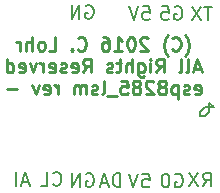
<source format=gbo>
G04 (created by PCBNEW (2013-jul-07)-stable) date Sun 10 Jul 2016 10:25:08 PM EDT*
%MOIN*%
G04 Gerber Fmt 3.4, Leading zero omitted, Abs format*
%FSLAX34Y34*%
G01*
G70*
G90*
G04 APERTURE LIST*
%ADD10C,0.00590551*%
%ADD11C,0.007*%
%ADD12C,0.00787402*%
%ADD13C,0.01*%
G04 APERTURE END LIST*
G54D10*
G54D11*
X17652Y-12549D02*
X17695Y-12528D01*
X17760Y-12528D01*
X17824Y-12549D01*
X17867Y-12592D01*
X17888Y-12635D01*
X17910Y-12721D01*
X17910Y-12785D01*
X17888Y-12871D01*
X17867Y-12913D01*
X17824Y-12956D01*
X17760Y-12978D01*
X17717Y-12978D01*
X17652Y-12956D01*
X17631Y-12935D01*
X17631Y-12785D01*
X17717Y-12785D01*
X17438Y-12978D02*
X17438Y-12528D01*
X17181Y-12978D01*
X17181Y-12528D01*
X19545Y-12570D02*
X19759Y-12570D01*
X19781Y-12784D01*
X19759Y-12763D01*
X19717Y-12741D01*
X19609Y-12741D01*
X19567Y-12763D01*
X19545Y-12784D01*
X19524Y-12827D01*
X19524Y-12934D01*
X19545Y-12977D01*
X19567Y-12998D01*
X19609Y-13020D01*
X19717Y-13020D01*
X19759Y-12998D01*
X19781Y-12977D01*
X19395Y-12570D02*
X19245Y-13020D01*
X19095Y-12570D01*
X20613Y-12591D02*
X20656Y-12570D01*
X20720Y-12570D01*
X20784Y-12591D01*
X20827Y-12634D01*
X20849Y-12677D01*
X20870Y-12763D01*
X20870Y-12827D01*
X20849Y-12913D01*
X20827Y-12955D01*
X20784Y-12998D01*
X20720Y-13020D01*
X20677Y-13020D01*
X20613Y-12998D01*
X20591Y-12977D01*
X20591Y-12827D01*
X20677Y-12827D01*
X20184Y-12570D02*
X20399Y-12570D01*
X20420Y-12784D01*
X20399Y-12763D01*
X20356Y-12741D01*
X20249Y-12741D01*
X20206Y-12763D01*
X20184Y-12784D01*
X20163Y-12827D01*
X20163Y-12934D01*
X20184Y-12977D01*
X20206Y-12998D01*
X20249Y-13020D01*
X20356Y-13020D01*
X20399Y-12998D01*
X20420Y-12977D01*
X21860Y-12584D02*
X21603Y-12584D01*
X21732Y-13034D02*
X21732Y-12584D01*
X21496Y-12584D02*
X21196Y-13034D01*
X21196Y-12584D02*
X21496Y-13034D01*
X15739Y-18428D02*
X15525Y-18428D01*
X15782Y-18557D02*
X15632Y-18107D01*
X15482Y-18557D01*
X15332Y-18557D02*
X15332Y-18107D01*
X16557Y-18499D02*
X16579Y-18520D01*
X16643Y-18542D01*
X16686Y-18542D01*
X16750Y-18520D01*
X16793Y-18477D01*
X16815Y-18435D01*
X16836Y-18349D01*
X16836Y-18285D01*
X16815Y-18199D01*
X16793Y-18156D01*
X16750Y-18113D01*
X16686Y-18092D01*
X16643Y-18092D01*
X16579Y-18113D01*
X16557Y-18135D01*
X16150Y-18542D02*
X16365Y-18542D01*
X16365Y-18092D01*
X17667Y-18158D02*
X17710Y-18137D01*
X17775Y-18137D01*
X17839Y-18158D01*
X17882Y-18201D01*
X17903Y-18244D01*
X17925Y-18330D01*
X17925Y-18394D01*
X17903Y-18480D01*
X17882Y-18522D01*
X17839Y-18565D01*
X17775Y-18587D01*
X17732Y-18587D01*
X17667Y-18565D01*
X17646Y-18544D01*
X17646Y-18394D01*
X17732Y-18394D01*
X17453Y-18587D02*
X17453Y-18137D01*
X17196Y-18587D01*
X17196Y-18137D01*
X18805Y-18587D02*
X18805Y-18137D01*
X18698Y-18137D01*
X18634Y-18158D01*
X18591Y-18201D01*
X18570Y-18244D01*
X18548Y-18330D01*
X18548Y-18394D01*
X18570Y-18480D01*
X18591Y-18522D01*
X18634Y-18565D01*
X18698Y-18587D01*
X18805Y-18587D01*
X18377Y-18458D02*
X18162Y-18458D01*
X18420Y-18587D02*
X18270Y-18137D01*
X18120Y-18587D01*
X19540Y-18152D02*
X19754Y-18152D01*
X19776Y-18366D01*
X19754Y-18345D01*
X19712Y-18323D01*
X19604Y-18323D01*
X19562Y-18345D01*
X19540Y-18366D01*
X19519Y-18409D01*
X19519Y-18516D01*
X19540Y-18559D01*
X19562Y-18580D01*
X19604Y-18602D01*
X19712Y-18602D01*
X19754Y-18580D01*
X19776Y-18559D01*
X19390Y-18152D02*
X19240Y-18602D01*
X19090Y-18152D01*
X20631Y-18173D02*
X20674Y-18152D01*
X20738Y-18152D01*
X20802Y-18173D01*
X20845Y-18216D01*
X20867Y-18259D01*
X20888Y-18345D01*
X20888Y-18409D01*
X20867Y-18495D01*
X20845Y-18537D01*
X20802Y-18580D01*
X20738Y-18602D01*
X20695Y-18602D01*
X20631Y-18580D01*
X20609Y-18559D01*
X20609Y-18409D01*
X20695Y-18409D01*
X20331Y-18152D02*
X20288Y-18152D01*
X20245Y-18173D01*
X20224Y-18195D01*
X20202Y-18237D01*
X20181Y-18323D01*
X20181Y-18430D01*
X20202Y-18516D01*
X20224Y-18559D01*
X20245Y-18580D01*
X20288Y-18602D01*
X20331Y-18602D01*
X20374Y-18580D01*
X20395Y-18559D01*
X20417Y-18516D01*
X20438Y-18430D01*
X20438Y-18323D01*
X20417Y-18237D01*
X20395Y-18195D01*
X20374Y-18173D01*
X20331Y-18152D01*
X21554Y-18572D02*
X21704Y-18357D01*
X21812Y-18572D02*
X21812Y-18122D01*
X21640Y-18122D01*
X21597Y-18143D01*
X21576Y-18165D01*
X21554Y-18207D01*
X21554Y-18272D01*
X21576Y-18315D01*
X21597Y-18336D01*
X21640Y-18357D01*
X21812Y-18357D01*
X21404Y-18122D02*
X21104Y-18572D01*
X21104Y-18122D02*
X21404Y-18572D01*
G54D12*
X21760Y-16081D02*
X21610Y-16231D01*
G54D13*
X20961Y-14213D02*
X20982Y-14192D01*
X21025Y-14127D01*
X21047Y-14085D01*
X21068Y-14020D01*
X21089Y-13913D01*
X21089Y-13827D01*
X21068Y-13720D01*
X21047Y-13656D01*
X21025Y-13613D01*
X20982Y-13549D01*
X20961Y-13527D01*
X20532Y-13999D02*
X20554Y-14020D01*
X20618Y-14042D01*
X20661Y-14042D01*
X20725Y-14020D01*
X20768Y-13977D01*
X20789Y-13935D01*
X20811Y-13849D01*
X20811Y-13785D01*
X20789Y-13699D01*
X20768Y-13656D01*
X20725Y-13613D01*
X20661Y-13592D01*
X20618Y-13592D01*
X20554Y-13613D01*
X20532Y-13635D01*
X20382Y-14213D02*
X20361Y-14192D01*
X20318Y-14127D01*
X20297Y-14085D01*
X20275Y-14020D01*
X20254Y-13913D01*
X20254Y-13827D01*
X20275Y-13720D01*
X20297Y-13656D01*
X20318Y-13613D01*
X20361Y-13549D01*
X20382Y-13527D01*
X19718Y-13635D02*
X19697Y-13613D01*
X19654Y-13592D01*
X19547Y-13592D01*
X19504Y-13613D01*
X19482Y-13635D01*
X19461Y-13677D01*
X19461Y-13720D01*
X19482Y-13785D01*
X19739Y-14042D01*
X19461Y-14042D01*
X19182Y-13592D02*
X19140Y-13592D01*
X19097Y-13613D01*
X19075Y-13635D01*
X19054Y-13677D01*
X19032Y-13763D01*
X19032Y-13870D01*
X19054Y-13956D01*
X19075Y-13999D01*
X19097Y-14020D01*
X19140Y-14042D01*
X19182Y-14042D01*
X19225Y-14020D01*
X19247Y-13999D01*
X19268Y-13956D01*
X19290Y-13870D01*
X19290Y-13763D01*
X19268Y-13677D01*
X19247Y-13635D01*
X19225Y-13613D01*
X19182Y-13592D01*
X18604Y-14042D02*
X18861Y-14042D01*
X18732Y-14042D02*
X18732Y-13592D01*
X18775Y-13656D01*
X18818Y-13699D01*
X18861Y-13720D01*
X18218Y-13592D02*
X18304Y-13592D01*
X18347Y-13613D01*
X18368Y-13635D01*
X18411Y-13699D01*
X18432Y-13785D01*
X18432Y-13956D01*
X18411Y-13999D01*
X18390Y-14020D01*
X18347Y-14042D01*
X18261Y-14042D01*
X18218Y-14020D01*
X18197Y-13999D01*
X18175Y-13956D01*
X18175Y-13849D01*
X18197Y-13806D01*
X18218Y-13785D01*
X18261Y-13763D01*
X18347Y-13763D01*
X18390Y-13785D01*
X18411Y-13806D01*
X18432Y-13849D01*
X17382Y-13999D02*
X17404Y-14020D01*
X17468Y-14042D01*
X17511Y-14042D01*
X17575Y-14020D01*
X17618Y-13977D01*
X17640Y-13935D01*
X17661Y-13849D01*
X17661Y-13785D01*
X17640Y-13699D01*
X17618Y-13656D01*
X17575Y-13613D01*
X17511Y-13592D01*
X17468Y-13592D01*
X17404Y-13613D01*
X17382Y-13635D01*
X17190Y-13999D02*
X17168Y-14020D01*
X17190Y-14042D01*
X17211Y-14020D01*
X17190Y-13999D01*
X17190Y-14042D01*
X16418Y-14042D02*
X16632Y-14042D01*
X16632Y-13592D01*
X16204Y-14042D02*
X16247Y-14020D01*
X16268Y-13999D01*
X16290Y-13956D01*
X16290Y-13827D01*
X16268Y-13785D01*
X16247Y-13763D01*
X16204Y-13742D01*
X16140Y-13742D01*
X16097Y-13763D01*
X16075Y-13785D01*
X16054Y-13827D01*
X16054Y-13956D01*
X16075Y-13999D01*
X16097Y-14020D01*
X16140Y-14042D01*
X16204Y-14042D01*
X15861Y-14042D02*
X15861Y-13592D01*
X15668Y-14042D02*
X15668Y-13806D01*
X15690Y-13763D01*
X15732Y-13742D01*
X15797Y-13742D01*
X15840Y-13763D01*
X15861Y-13785D01*
X15454Y-14042D02*
X15454Y-13742D01*
X15454Y-13827D02*
X15432Y-13785D01*
X15411Y-13763D01*
X15368Y-13742D01*
X15325Y-13742D01*
X21475Y-14643D02*
X21261Y-14643D01*
X21518Y-14772D02*
X21368Y-14322D01*
X21218Y-14772D01*
X21004Y-14772D02*
X21047Y-14750D01*
X21068Y-14707D01*
X21068Y-14322D01*
X20768Y-14772D02*
X20811Y-14750D01*
X20832Y-14707D01*
X20832Y-14322D01*
X19997Y-14772D02*
X20147Y-14557D01*
X20254Y-14772D02*
X20254Y-14322D01*
X20082Y-14322D01*
X20040Y-14343D01*
X20018Y-14365D01*
X19997Y-14407D01*
X19997Y-14472D01*
X20018Y-14515D01*
X20040Y-14536D01*
X20082Y-14557D01*
X20254Y-14557D01*
X19804Y-14772D02*
X19804Y-14472D01*
X19804Y-14322D02*
X19825Y-14343D01*
X19804Y-14365D01*
X19782Y-14343D01*
X19804Y-14322D01*
X19804Y-14365D01*
X19397Y-14472D02*
X19397Y-14836D01*
X19418Y-14879D01*
X19440Y-14900D01*
X19482Y-14922D01*
X19547Y-14922D01*
X19590Y-14900D01*
X19397Y-14750D02*
X19440Y-14772D01*
X19525Y-14772D01*
X19568Y-14750D01*
X19590Y-14729D01*
X19611Y-14686D01*
X19611Y-14557D01*
X19590Y-14515D01*
X19568Y-14493D01*
X19525Y-14472D01*
X19440Y-14472D01*
X19397Y-14493D01*
X19182Y-14772D02*
X19182Y-14322D01*
X18990Y-14772D02*
X18990Y-14536D01*
X19011Y-14493D01*
X19054Y-14472D01*
X19118Y-14472D01*
X19161Y-14493D01*
X19182Y-14515D01*
X18840Y-14472D02*
X18668Y-14472D01*
X18775Y-14322D02*
X18775Y-14707D01*
X18754Y-14750D01*
X18711Y-14772D01*
X18668Y-14772D01*
X18540Y-14750D02*
X18497Y-14772D01*
X18411Y-14772D01*
X18368Y-14750D01*
X18347Y-14707D01*
X18347Y-14686D01*
X18368Y-14643D01*
X18411Y-14622D01*
X18475Y-14622D01*
X18518Y-14600D01*
X18540Y-14557D01*
X18540Y-14536D01*
X18518Y-14493D01*
X18475Y-14472D01*
X18411Y-14472D01*
X18368Y-14493D01*
X17554Y-14772D02*
X17704Y-14557D01*
X17811Y-14772D02*
X17811Y-14322D01*
X17640Y-14322D01*
X17597Y-14343D01*
X17575Y-14365D01*
X17554Y-14407D01*
X17554Y-14472D01*
X17575Y-14515D01*
X17597Y-14536D01*
X17640Y-14557D01*
X17811Y-14557D01*
X17190Y-14750D02*
X17232Y-14772D01*
X17318Y-14772D01*
X17361Y-14750D01*
X17382Y-14707D01*
X17382Y-14536D01*
X17361Y-14493D01*
X17318Y-14472D01*
X17232Y-14472D01*
X17190Y-14493D01*
X17168Y-14536D01*
X17168Y-14579D01*
X17382Y-14622D01*
X16997Y-14750D02*
X16954Y-14772D01*
X16868Y-14772D01*
X16825Y-14750D01*
X16804Y-14707D01*
X16804Y-14686D01*
X16825Y-14643D01*
X16868Y-14622D01*
X16932Y-14622D01*
X16975Y-14600D01*
X16997Y-14557D01*
X16997Y-14536D01*
X16975Y-14493D01*
X16932Y-14472D01*
X16868Y-14472D01*
X16825Y-14493D01*
X16440Y-14750D02*
X16482Y-14772D01*
X16568Y-14772D01*
X16611Y-14750D01*
X16632Y-14707D01*
X16632Y-14536D01*
X16611Y-14493D01*
X16568Y-14472D01*
X16482Y-14472D01*
X16440Y-14493D01*
X16418Y-14536D01*
X16418Y-14579D01*
X16632Y-14622D01*
X16225Y-14772D02*
X16225Y-14472D01*
X16225Y-14557D02*
X16204Y-14515D01*
X16182Y-14493D01*
X16140Y-14472D01*
X16097Y-14472D01*
X15990Y-14472D02*
X15882Y-14772D01*
X15775Y-14472D01*
X15432Y-14750D02*
X15475Y-14772D01*
X15561Y-14772D01*
X15604Y-14750D01*
X15625Y-14707D01*
X15625Y-14536D01*
X15604Y-14493D01*
X15561Y-14472D01*
X15475Y-14472D01*
X15432Y-14493D01*
X15411Y-14536D01*
X15411Y-14579D01*
X15625Y-14622D01*
X15025Y-14772D02*
X15025Y-14322D01*
X15025Y-14750D02*
X15068Y-14772D01*
X15154Y-14772D01*
X15197Y-14750D01*
X15218Y-14729D01*
X15240Y-14686D01*
X15240Y-14557D01*
X15218Y-14515D01*
X15197Y-14493D01*
X15154Y-14472D01*
X15068Y-14472D01*
X15025Y-14493D01*
X21293Y-15480D02*
X21336Y-15502D01*
X21422Y-15502D01*
X21464Y-15480D01*
X21486Y-15437D01*
X21486Y-15266D01*
X21464Y-15223D01*
X21422Y-15202D01*
X21336Y-15202D01*
X21293Y-15223D01*
X21272Y-15266D01*
X21272Y-15309D01*
X21486Y-15352D01*
X21100Y-15480D02*
X21057Y-15502D01*
X20972Y-15502D01*
X20929Y-15480D01*
X20907Y-15437D01*
X20907Y-15416D01*
X20929Y-15373D01*
X20972Y-15352D01*
X21036Y-15352D01*
X21079Y-15330D01*
X21100Y-15287D01*
X21100Y-15266D01*
X21079Y-15223D01*
X21036Y-15202D01*
X20972Y-15202D01*
X20929Y-15223D01*
X20714Y-15202D02*
X20714Y-15652D01*
X20714Y-15223D02*
X20672Y-15202D01*
X20586Y-15202D01*
X20543Y-15223D01*
X20522Y-15245D01*
X20500Y-15287D01*
X20500Y-15416D01*
X20522Y-15459D01*
X20543Y-15480D01*
X20586Y-15502D01*
X20672Y-15502D01*
X20714Y-15480D01*
X20243Y-15245D02*
X20286Y-15223D01*
X20307Y-15202D01*
X20329Y-15159D01*
X20329Y-15137D01*
X20307Y-15095D01*
X20286Y-15073D01*
X20243Y-15052D01*
X20157Y-15052D01*
X20114Y-15073D01*
X20093Y-15095D01*
X20072Y-15137D01*
X20072Y-15159D01*
X20093Y-15202D01*
X20114Y-15223D01*
X20157Y-15245D01*
X20243Y-15245D01*
X20286Y-15266D01*
X20307Y-15287D01*
X20329Y-15330D01*
X20329Y-15416D01*
X20307Y-15459D01*
X20286Y-15480D01*
X20243Y-15502D01*
X20157Y-15502D01*
X20114Y-15480D01*
X20093Y-15459D01*
X20072Y-15416D01*
X20072Y-15330D01*
X20093Y-15287D01*
X20114Y-15266D01*
X20157Y-15245D01*
X19900Y-15095D02*
X19879Y-15073D01*
X19836Y-15052D01*
X19729Y-15052D01*
X19686Y-15073D01*
X19664Y-15095D01*
X19643Y-15137D01*
X19643Y-15180D01*
X19664Y-15245D01*
X19922Y-15502D01*
X19643Y-15502D01*
X19386Y-15245D02*
X19429Y-15223D01*
X19450Y-15202D01*
X19472Y-15159D01*
X19472Y-15137D01*
X19450Y-15095D01*
X19429Y-15073D01*
X19386Y-15052D01*
X19300Y-15052D01*
X19257Y-15073D01*
X19236Y-15095D01*
X19214Y-15137D01*
X19214Y-15159D01*
X19236Y-15202D01*
X19257Y-15223D01*
X19300Y-15245D01*
X19386Y-15245D01*
X19429Y-15266D01*
X19450Y-15287D01*
X19472Y-15330D01*
X19472Y-15416D01*
X19450Y-15459D01*
X19429Y-15480D01*
X19386Y-15502D01*
X19300Y-15502D01*
X19257Y-15480D01*
X19236Y-15459D01*
X19214Y-15416D01*
X19214Y-15330D01*
X19236Y-15287D01*
X19257Y-15266D01*
X19300Y-15245D01*
X18807Y-15052D02*
X19022Y-15052D01*
X19043Y-15266D01*
X19022Y-15245D01*
X18979Y-15223D01*
X18872Y-15223D01*
X18829Y-15245D01*
X18807Y-15266D01*
X18786Y-15309D01*
X18786Y-15416D01*
X18807Y-15459D01*
X18829Y-15480D01*
X18872Y-15502D01*
X18979Y-15502D01*
X19022Y-15480D01*
X19043Y-15459D01*
X18700Y-15545D02*
X18357Y-15545D01*
X18186Y-15502D02*
X18229Y-15480D01*
X18250Y-15437D01*
X18250Y-15052D01*
X18036Y-15480D02*
X17993Y-15502D01*
X17907Y-15502D01*
X17865Y-15480D01*
X17843Y-15437D01*
X17843Y-15416D01*
X17865Y-15373D01*
X17907Y-15352D01*
X17972Y-15352D01*
X18015Y-15330D01*
X18036Y-15287D01*
X18036Y-15266D01*
X18015Y-15223D01*
X17972Y-15202D01*
X17907Y-15202D01*
X17865Y-15223D01*
X17650Y-15502D02*
X17650Y-15202D01*
X17650Y-15245D02*
X17629Y-15223D01*
X17586Y-15202D01*
X17522Y-15202D01*
X17479Y-15223D01*
X17457Y-15266D01*
X17457Y-15502D01*
X17457Y-15266D02*
X17436Y-15223D01*
X17393Y-15202D01*
X17329Y-15202D01*
X17286Y-15223D01*
X17265Y-15266D01*
X17265Y-15502D01*
X16707Y-15502D02*
X16707Y-15202D01*
X16707Y-15287D02*
X16686Y-15245D01*
X16665Y-15223D01*
X16622Y-15202D01*
X16579Y-15202D01*
X16257Y-15480D02*
X16300Y-15502D01*
X16386Y-15502D01*
X16429Y-15480D01*
X16450Y-15437D01*
X16450Y-15266D01*
X16429Y-15223D01*
X16386Y-15202D01*
X16300Y-15202D01*
X16257Y-15223D01*
X16236Y-15266D01*
X16236Y-15309D01*
X16450Y-15352D01*
X16086Y-15202D02*
X15979Y-15502D01*
X15872Y-15202D01*
X15357Y-15330D02*
X15015Y-15330D01*
G54D12*
X21460Y-16231D02*
X21610Y-16231D01*
X21460Y-16081D02*
X21460Y-16231D01*
X21610Y-15931D02*
X21460Y-16081D01*
X21910Y-15931D02*
X21610Y-15931D01*
X21760Y-15781D02*
X21910Y-15931D01*
X21760Y-16081D02*
X21760Y-15781D01*
M02*

</source>
